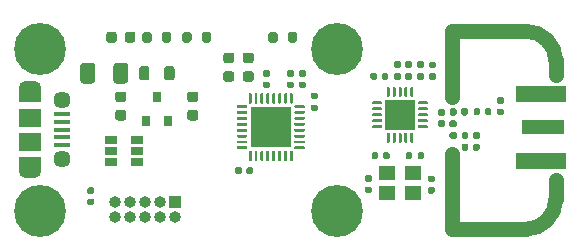
<source format=gts>
%TF.GenerationSoftware,KiCad,Pcbnew,(5.1.12)-1*%
%TF.CreationDate,2022-02-05T21:00:18-05:00*%
%TF.ProjectId,usb-rf,7573622d-7266-42e6-9b69-6361645f7063,rev?*%
%TF.SameCoordinates,Original*%
%TF.FileFunction,Soldermask,Top*%
%TF.FilePolarity,Negative*%
%FSLAX46Y46*%
G04 Gerber Fmt 4.6, Leading zero omitted, Abs format (unit mm)*
G04 Created by KiCad (PCBNEW (5.1.12)-1) date 2022-02-05 21:00:18*
%MOMM*%
%LPD*%
G01*
G04 APERTURE LIST*
%ADD10C,1.270000*%
%ADD11R,3.600000X1.270000*%
%ADD12R,4.200000X1.350000*%
%ADD13R,1.900000X1.200000*%
%ADD14O,1.900000X1.200000*%
%ADD15R,1.900000X1.500000*%
%ADD16C,1.450000*%
%ADD17R,1.350000X0.400000*%
%ADD18R,3.450000X3.450000*%
%ADD19O,1.000000X1.000000*%
%ADD20R,1.000000X1.000000*%
%ADD21C,4.400000*%
%ADD22R,1.400000X1.200000*%
%ADD23R,2.500000X2.500000*%
%ADD24R,1.060000X0.650000*%
%ADD25R,0.800000X0.900000*%
G04 APERTURE END LIST*
D10*
X153543000Y-79248000D02*
X153543000Y-73660000D01*
X153543000Y-73660000D02*
X159766000Y-73660000D01*
X162306000Y-76073000D02*
X162306000Y-77343000D01*
X162306000Y-86233000D02*
X162306000Y-87884000D01*
X153543000Y-90424000D02*
X159766000Y-90424000D01*
X153543000Y-90424000D02*
X153543000Y-84074000D01*
X162306000Y-87884000D02*
G75*
G02*
X159766000Y-90424000I-2540000J0D01*
G01*
X159766000Y-73660000D02*
G75*
G02*
X162306000Y-76200000I0J-2540000D01*
G01*
D11*
X161236000Y-81788000D03*
D12*
X161036000Y-78963000D03*
X161036000Y-84613000D03*
D13*
X117762500Y-79100000D03*
X117762500Y-84900000D03*
D14*
X117762500Y-85500000D03*
X117762500Y-78500000D03*
D15*
X117762500Y-81000000D03*
D16*
X120462500Y-84500000D03*
D17*
X120462500Y-82000000D03*
X120462500Y-82650000D03*
X120462500Y-83300000D03*
X120462500Y-80700000D03*
X120462500Y-81350000D03*
D16*
X120462500Y-79500000D03*
D15*
X117762500Y-83000000D03*
D18*
X138176000Y-81788000D03*
G36*
G01*
X140238500Y-79913000D02*
X140988500Y-79913000D01*
G75*
G02*
X141051000Y-79975500I0J-62500D01*
G01*
X141051000Y-80100500D01*
G75*
G02*
X140988500Y-80163000I-62500J0D01*
G01*
X140238500Y-80163000D01*
G75*
G02*
X140176000Y-80100500I0J62500D01*
G01*
X140176000Y-79975500D01*
G75*
G02*
X140238500Y-79913000I62500J0D01*
G01*
G37*
G36*
G01*
X140238500Y-80413000D02*
X140988500Y-80413000D01*
G75*
G02*
X141051000Y-80475500I0J-62500D01*
G01*
X141051000Y-80600500D01*
G75*
G02*
X140988500Y-80663000I-62500J0D01*
G01*
X140238500Y-80663000D01*
G75*
G02*
X140176000Y-80600500I0J62500D01*
G01*
X140176000Y-80475500D01*
G75*
G02*
X140238500Y-80413000I62500J0D01*
G01*
G37*
G36*
G01*
X140238500Y-80913000D02*
X140988500Y-80913000D01*
G75*
G02*
X141051000Y-80975500I0J-62500D01*
G01*
X141051000Y-81100500D01*
G75*
G02*
X140988500Y-81163000I-62500J0D01*
G01*
X140238500Y-81163000D01*
G75*
G02*
X140176000Y-81100500I0J62500D01*
G01*
X140176000Y-80975500D01*
G75*
G02*
X140238500Y-80913000I62500J0D01*
G01*
G37*
G36*
G01*
X140238500Y-81413000D02*
X140988500Y-81413000D01*
G75*
G02*
X141051000Y-81475500I0J-62500D01*
G01*
X141051000Y-81600500D01*
G75*
G02*
X140988500Y-81663000I-62500J0D01*
G01*
X140238500Y-81663000D01*
G75*
G02*
X140176000Y-81600500I0J62500D01*
G01*
X140176000Y-81475500D01*
G75*
G02*
X140238500Y-81413000I62500J0D01*
G01*
G37*
G36*
G01*
X140238500Y-81913000D02*
X140988500Y-81913000D01*
G75*
G02*
X141051000Y-81975500I0J-62500D01*
G01*
X141051000Y-82100500D01*
G75*
G02*
X140988500Y-82163000I-62500J0D01*
G01*
X140238500Y-82163000D01*
G75*
G02*
X140176000Y-82100500I0J62500D01*
G01*
X140176000Y-81975500D01*
G75*
G02*
X140238500Y-81913000I62500J0D01*
G01*
G37*
G36*
G01*
X140238500Y-82413000D02*
X140988500Y-82413000D01*
G75*
G02*
X141051000Y-82475500I0J-62500D01*
G01*
X141051000Y-82600500D01*
G75*
G02*
X140988500Y-82663000I-62500J0D01*
G01*
X140238500Y-82663000D01*
G75*
G02*
X140176000Y-82600500I0J62500D01*
G01*
X140176000Y-82475500D01*
G75*
G02*
X140238500Y-82413000I62500J0D01*
G01*
G37*
G36*
G01*
X140238500Y-82913000D02*
X140988500Y-82913000D01*
G75*
G02*
X141051000Y-82975500I0J-62500D01*
G01*
X141051000Y-83100500D01*
G75*
G02*
X140988500Y-83163000I-62500J0D01*
G01*
X140238500Y-83163000D01*
G75*
G02*
X140176000Y-83100500I0J62500D01*
G01*
X140176000Y-82975500D01*
G75*
G02*
X140238500Y-82913000I62500J0D01*
G01*
G37*
G36*
G01*
X140238500Y-83413000D02*
X140988500Y-83413000D01*
G75*
G02*
X141051000Y-83475500I0J-62500D01*
G01*
X141051000Y-83600500D01*
G75*
G02*
X140988500Y-83663000I-62500J0D01*
G01*
X140238500Y-83663000D01*
G75*
G02*
X140176000Y-83600500I0J62500D01*
G01*
X140176000Y-83475500D01*
G75*
G02*
X140238500Y-83413000I62500J0D01*
G01*
G37*
G36*
G01*
X139863500Y-83788000D02*
X139988500Y-83788000D01*
G75*
G02*
X140051000Y-83850500I0J-62500D01*
G01*
X140051000Y-84600500D01*
G75*
G02*
X139988500Y-84663000I-62500J0D01*
G01*
X139863500Y-84663000D01*
G75*
G02*
X139801000Y-84600500I0J62500D01*
G01*
X139801000Y-83850500D01*
G75*
G02*
X139863500Y-83788000I62500J0D01*
G01*
G37*
G36*
G01*
X139363500Y-83788000D02*
X139488500Y-83788000D01*
G75*
G02*
X139551000Y-83850500I0J-62500D01*
G01*
X139551000Y-84600500D01*
G75*
G02*
X139488500Y-84663000I-62500J0D01*
G01*
X139363500Y-84663000D01*
G75*
G02*
X139301000Y-84600500I0J62500D01*
G01*
X139301000Y-83850500D01*
G75*
G02*
X139363500Y-83788000I62500J0D01*
G01*
G37*
G36*
G01*
X138863500Y-83788000D02*
X138988500Y-83788000D01*
G75*
G02*
X139051000Y-83850500I0J-62500D01*
G01*
X139051000Y-84600500D01*
G75*
G02*
X138988500Y-84663000I-62500J0D01*
G01*
X138863500Y-84663000D01*
G75*
G02*
X138801000Y-84600500I0J62500D01*
G01*
X138801000Y-83850500D01*
G75*
G02*
X138863500Y-83788000I62500J0D01*
G01*
G37*
G36*
G01*
X138363500Y-83788000D02*
X138488500Y-83788000D01*
G75*
G02*
X138551000Y-83850500I0J-62500D01*
G01*
X138551000Y-84600500D01*
G75*
G02*
X138488500Y-84663000I-62500J0D01*
G01*
X138363500Y-84663000D01*
G75*
G02*
X138301000Y-84600500I0J62500D01*
G01*
X138301000Y-83850500D01*
G75*
G02*
X138363500Y-83788000I62500J0D01*
G01*
G37*
G36*
G01*
X137863500Y-83788000D02*
X137988500Y-83788000D01*
G75*
G02*
X138051000Y-83850500I0J-62500D01*
G01*
X138051000Y-84600500D01*
G75*
G02*
X137988500Y-84663000I-62500J0D01*
G01*
X137863500Y-84663000D01*
G75*
G02*
X137801000Y-84600500I0J62500D01*
G01*
X137801000Y-83850500D01*
G75*
G02*
X137863500Y-83788000I62500J0D01*
G01*
G37*
G36*
G01*
X137363500Y-83788000D02*
X137488500Y-83788000D01*
G75*
G02*
X137551000Y-83850500I0J-62500D01*
G01*
X137551000Y-84600500D01*
G75*
G02*
X137488500Y-84663000I-62500J0D01*
G01*
X137363500Y-84663000D01*
G75*
G02*
X137301000Y-84600500I0J62500D01*
G01*
X137301000Y-83850500D01*
G75*
G02*
X137363500Y-83788000I62500J0D01*
G01*
G37*
G36*
G01*
X136863500Y-83788000D02*
X136988500Y-83788000D01*
G75*
G02*
X137051000Y-83850500I0J-62500D01*
G01*
X137051000Y-84600500D01*
G75*
G02*
X136988500Y-84663000I-62500J0D01*
G01*
X136863500Y-84663000D01*
G75*
G02*
X136801000Y-84600500I0J62500D01*
G01*
X136801000Y-83850500D01*
G75*
G02*
X136863500Y-83788000I62500J0D01*
G01*
G37*
G36*
G01*
X136363500Y-83788000D02*
X136488500Y-83788000D01*
G75*
G02*
X136551000Y-83850500I0J-62500D01*
G01*
X136551000Y-84600500D01*
G75*
G02*
X136488500Y-84663000I-62500J0D01*
G01*
X136363500Y-84663000D01*
G75*
G02*
X136301000Y-84600500I0J62500D01*
G01*
X136301000Y-83850500D01*
G75*
G02*
X136363500Y-83788000I62500J0D01*
G01*
G37*
G36*
G01*
X135363500Y-83413000D02*
X136113500Y-83413000D01*
G75*
G02*
X136176000Y-83475500I0J-62500D01*
G01*
X136176000Y-83600500D01*
G75*
G02*
X136113500Y-83663000I-62500J0D01*
G01*
X135363500Y-83663000D01*
G75*
G02*
X135301000Y-83600500I0J62500D01*
G01*
X135301000Y-83475500D01*
G75*
G02*
X135363500Y-83413000I62500J0D01*
G01*
G37*
G36*
G01*
X135363500Y-82913000D02*
X136113500Y-82913000D01*
G75*
G02*
X136176000Y-82975500I0J-62500D01*
G01*
X136176000Y-83100500D01*
G75*
G02*
X136113500Y-83163000I-62500J0D01*
G01*
X135363500Y-83163000D01*
G75*
G02*
X135301000Y-83100500I0J62500D01*
G01*
X135301000Y-82975500D01*
G75*
G02*
X135363500Y-82913000I62500J0D01*
G01*
G37*
G36*
G01*
X135363500Y-82413000D02*
X136113500Y-82413000D01*
G75*
G02*
X136176000Y-82475500I0J-62500D01*
G01*
X136176000Y-82600500D01*
G75*
G02*
X136113500Y-82663000I-62500J0D01*
G01*
X135363500Y-82663000D01*
G75*
G02*
X135301000Y-82600500I0J62500D01*
G01*
X135301000Y-82475500D01*
G75*
G02*
X135363500Y-82413000I62500J0D01*
G01*
G37*
G36*
G01*
X135363500Y-81913000D02*
X136113500Y-81913000D01*
G75*
G02*
X136176000Y-81975500I0J-62500D01*
G01*
X136176000Y-82100500D01*
G75*
G02*
X136113500Y-82163000I-62500J0D01*
G01*
X135363500Y-82163000D01*
G75*
G02*
X135301000Y-82100500I0J62500D01*
G01*
X135301000Y-81975500D01*
G75*
G02*
X135363500Y-81913000I62500J0D01*
G01*
G37*
G36*
G01*
X135363500Y-81413000D02*
X136113500Y-81413000D01*
G75*
G02*
X136176000Y-81475500I0J-62500D01*
G01*
X136176000Y-81600500D01*
G75*
G02*
X136113500Y-81663000I-62500J0D01*
G01*
X135363500Y-81663000D01*
G75*
G02*
X135301000Y-81600500I0J62500D01*
G01*
X135301000Y-81475500D01*
G75*
G02*
X135363500Y-81413000I62500J0D01*
G01*
G37*
G36*
G01*
X135363500Y-80913000D02*
X136113500Y-80913000D01*
G75*
G02*
X136176000Y-80975500I0J-62500D01*
G01*
X136176000Y-81100500D01*
G75*
G02*
X136113500Y-81163000I-62500J0D01*
G01*
X135363500Y-81163000D01*
G75*
G02*
X135301000Y-81100500I0J62500D01*
G01*
X135301000Y-80975500D01*
G75*
G02*
X135363500Y-80913000I62500J0D01*
G01*
G37*
G36*
G01*
X135363500Y-80413000D02*
X136113500Y-80413000D01*
G75*
G02*
X136176000Y-80475500I0J-62500D01*
G01*
X136176000Y-80600500D01*
G75*
G02*
X136113500Y-80663000I-62500J0D01*
G01*
X135363500Y-80663000D01*
G75*
G02*
X135301000Y-80600500I0J62500D01*
G01*
X135301000Y-80475500D01*
G75*
G02*
X135363500Y-80413000I62500J0D01*
G01*
G37*
G36*
G01*
X135363500Y-79913000D02*
X136113500Y-79913000D01*
G75*
G02*
X136176000Y-79975500I0J-62500D01*
G01*
X136176000Y-80100500D01*
G75*
G02*
X136113500Y-80163000I-62500J0D01*
G01*
X135363500Y-80163000D01*
G75*
G02*
X135301000Y-80100500I0J62500D01*
G01*
X135301000Y-79975500D01*
G75*
G02*
X135363500Y-79913000I62500J0D01*
G01*
G37*
G36*
G01*
X136363500Y-78913000D02*
X136488500Y-78913000D01*
G75*
G02*
X136551000Y-78975500I0J-62500D01*
G01*
X136551000Y-79725500D01*
G75*
G02*
X136488500Y-79788000I-62500J0D01*
G01*
X136363500Y-79788000D01*
G75*
G02*
X136301000Y-79725500I0J62500D01*
G01*
X136301000Y-78975500D01*
G75*
G02*
X136363500Y-78913000I62500J0D01*
G01*
G37*
G36*
G01*
X136863500Y-78913000D02*
X136988500Y-78913000D01*
G75*
G02*
X137051000Y-78975500I0J-62500D01*
G01*
X137051000Y-79725500D01*
G75*
G02*
X136988500Y-79788000I-62500J0D01*
G01*
X136863500Y-79788000D01*
G75*
G02*
X136801000Y-79725500I0J62500D01*
G01*
X136801000Y-78975500D01*
G75*
G02*
X136863500Y-78913000I62500J0D01*
G01*
G37*
G36*
G01*
X137363500Y-78913000D02*
X137488500Y-78913000D01*
G75*
G02*
X137551000Y-78975500I0J-62500D01*
G01*
X137551000Y-79725500D01*
G75*
G02*
X137488500Y-79788000I-62500J0D01*
G01*
X137363500Y-79788000D01*
G75*
G02*
X137301000Y-79725500I0J62500D01*
G01*
X137301000Y-78975500D01*
G75*
G02*
X137363500Y-78913000I62500J0D01*
G01*
G37*
G36*
G01*
X137863500Y-78913000D02*
X137988500Y-78913000D01*
G75*
G02*
X138051000Y-78975500I0J-62500D01*
G01*
X138051000Y-79725500D01*
G75*
G02*
X137988500Y-79788000I-62500J0D01*
G01*
X137863500Y-79788000D01*
G75*
G02*
X137801000Y-79725500I0J62500D01*
G01*
X137801000Y-78975500D01*
G75*
G02*
X137863500Y-78913000I62500J0D01*
G01*
G37*
G36*
G01*
X138363500Y-78913000D02*
X138488500Y-78913000D01*
G75*
G02*
X138551000Y-78975500I0J-62500D01*
G01*
X138551000Y-79725500D01*
G75*
G02*
X138488500Y-79788000I-62500J0D01*
G01*
X138363500Y-79788000D01*
G75*
G02*
X138301000Y-79725500I0J62500D01*
G01*
X138301000Y-78975500D01*
G75*
G02*
X138363500Y-78913000I62500J0D01*
G01*
G37*
G36*
G01*
X138863500Y-78913000D02*
X138988500Y-78913000D01*
G75*
G02*
X139051000Y-78975500I0J-62500D01*
G01*
X139051000Y-79725500D01*
G75*
G02*
X138988500Y-79788000I-62500J0D01*
G01*
X138863500Y-79788000D01*
G75*
G02*
X138801000Y-79725500I0J62500D01*
G01*
X138801000Y-78975500D01*
G75*
G02*
X138863500Y-78913000I62500J0D01*
G01*
G37*
G36*
G01*
X139363500Y-78913000D02*
X139488500Y-78913000D01*
G75*
G02*
X139551000Y-78975500I0J-62500D01*
G01*
X139551000Y-79725500D01*
G75*
G02*
X139488500Y-79788000I-62500J0D01*
G01*
X139363500Y-79788000D01*
G75*
G02*
X139301000Y-79725500I0J62500D01*
G01*
X139301000Y-78975500D01*
G75*
G02*
X139363500Y-78913000I62500J0D01*
G01*
G37*
G36*
G01*
X139863500Y-78913000D02*
X139988500Y-78913000D01*
G75*
G02*
X140051000Y-78975500I0J-62500D01*
G01*
X140051000Y-79725500D01*
G75*
G02*
X139988500Y-79788000I-62500J0D01*
G01*
X139863500Y-79788000D01*
G75*
G02*
X139801000Y-79725500I0J62500D01*
G01*
X139801000Y-78975500D01*
G75*
G02*
X139863500Y-78913000I62500J0D01*
G01*
G37*
G36*
G01*
X125126000Y-73911750D02*
X125126000Y-74424250D01*
G75*
G02*
X124907250Y-74643000I-218750J0D01*
G01*
X124469750Y-74643000D01*
G75*
G02*
X124251000Y-74424250I0J218750D01*
G01*
X124251000Y-73911750D01*
G75*
G02*
X124469750Y-73693000I218750J0D01*
G01*
X124907250Y-73693000D01*
G75*
G02*
X125126000Y-73911750I0J-218750D01*
G01*
G37*
G36*
G01*
X126701000Y-73911750D02*
X126701000Y-74424250D01*
G75*
G02*
X126482250Y-74643000I-218750J0D01*
G01*
X126044750Y-74643000D01*
G75*
G02*
X125826000Y-74424250I0J218750D01*
G01*
X125826000Y-73911750D01*
G75*
G02*
X126044750Y-73693000I218750J0D01*
G01*
X126482250Y-73693000D01*
G75*
G02*
X126701000Y-73911750I0J-218750D01*
G01*
G37*
D19*
X124968000Y-89408000D03*
X124968000Y-88138000D03*
X126238000Y-89408000D03*
X126238000Y-88138000D03*
X127508000Y-89408000D03*
X127508000Y-88138000D03*
X128778000Y-89408000D03*
X128778000Y-88138000D03*
X130048000Y-89408000D03*
D20*
X130048000Y-88138000D03*
D21*
X143764000Y-75184000D03*
X143764000Y-88900000D03*
X118618000Y-88900000D03*
X118618000Y-75184000D03*
G36*
G01*
X128099000Y-73893000D02*
X128099000Y-74443000D01*
G75*
G02*
X127899000Y-74643000I-200000J0D01*
G01*
X127499000Y-74643000D01*
G75*
G02*
X127299000Y-74443000I0J200000D01*
G01*
X127299000Y-73893000D01*
G75*
G02*
X127499000Y-73693000I200000J0D01*
G01*
X127899000Y-73693000D01*
G75*
G02*
X128099000Y-73893000I0J-200000D01*
G01*
G37*
G36*
G01*
X129749000Y-73893000D02*
X129749000Y-74443000D01*
G75*
G02*
X129549000Y-74643000I-200000J0D01*
G01*
X129149000Y-74643000D01*
G75*
G02*
X128949000Y-74443000I0J200000D01*
G01*
X128949000Y-73893000D01*
G75*
G02*
X129149000Y-73693000I200000J0D01*
G01*
X129549000Y-73693000D01*
G75*
G02*
X129749000Y-73893000I0J-200000D01*
G01*
G37*
G36*
G01*
X124851000Y-77841000D02*
X124851000Y-76591000D01*
G75*
G02*
X125101000Y-76341000I250000J0D01*
G01*
X125851000Y-76341000D01*
G75*
G02*
X126101000Y-76591000I0J-250000D01*
G01*
X126101000Y-77841000D01*
G75*
G02*
X125851000Y-78091000I-250000J0D01*
G01*
X125101000Y-78091000D01*
G75*
G02*
X124851000Y-77841000I0J250000D01*
G01*
G37*
G36*
G01*
X122051000Y-77841000D02*
X122051000Y-76591000D01*
G75*
G02*
X122301000Y-76341000I250000J0D01*
G01*
X123051000Y-76341000D01*
G75*
G02*
X123301000Y-76591000I0J-250000D01*
G01*
X123301000Y-77841000D01*
G75*
G02*
X123051000Y-78091000I-250000J0D01*
G01*
X122301000Y-78091000D01*
G75*
G02*
X122051000Y-77841000I0J250000D01*
G01*
G37*
D22*
X150220000Y-87334000D03*
X148020000Y-87334000D03*
X148020000Y-85634000D03*
X150220000Y-85634000D03*
D23*
X149120000Y-80734000D03*
G36*
G01*
X147995000Y-79146500D02*
X147995000Y-78446500D01*
G75*
G02*
X148057500Y-78384000I62500J0D01*
G01*
X148182500Y-78384000D01*
G75*
G02*
X148245000Y-78446500I0J-62500D01*
G01*
X148245000Y-79146500D01*
G75*
G02*
X148182500Y-79209000I-62500J0D01*
G01*
X148057500Y-79209000D01*
G75*
G02*
X147995000Y-79146500I0J62500D01*
G01*
G37*
G36*
G01*
X148495000Y-79146500D02*
X148495000Y-78446500D01*
G75*
G02*
X148557500Y-78384000I62500J0D01*
G01*
X148682500Y-78384000D01*
G75*
G02*
X148745000Y-78446500I0J-62500D01*
G01*
X148745000Y-79146500D01*
G75*
G02*
X148682500Y-79209000I-62500J0D01*
G01*
X148557500Y-79209000D01*
G75*
G02*
X148495000Y-79146500I0J62500D01*
G01*
G37*
G36*
G01*
X148995000Y-79146500D02*
X148995000Y-78446500D01*
G75*
G02*
X149057500Y-78384000I62500J0D01*
G01*
X149182500Y-78384000D01*
G75*
G02*
X149245000Y-78446500I0J-62500D01*
G01*
X149245000Y-79146500D01*
G75*
G02*
X149182500Y-79209000I-62500J0D01*
G01*
X149057500Y-79209000D01*
G75*
G02*
X148995000Y-79146500I0J62500D01*
G01*
G37*
G36*
G01*
X149495000Y-79146500D02*
X149495000Y-78446500D01*
G75*
G02*
X149557500Y-78384000I62500J0D01*
G01*
X149682500Y-78384000D01*
G75*
G02*
X149745000Y-78446500I0J-62500D01*
G01*
X149745000Y-79146500D01*
G75*
G02*
X149682500Y-79209000I-62500J0D01*
G01*
X149557500Y-79209000D01*
G75*
G02*
X149495000Y-79146500I0J62500D01*
G01*
G37*
G36*
G01*
X149995000Y-79146500D02*
X149995000Y-78446500D01*
G75*
G02*
X150057500Y-78384000I62500J0D01*
G01*
X150182500Y-78384000D01*
G75*
G02*
X150245000Y-78446500I0J-62500D01*
G01*
X150245000Y-79146500D01*
G75*
G02*
X150182500Y-79209000I-62500J0D01*
G01*
X150057500Y-79209000D01*
G75*
G02*
X149995000Y-79146500I0J62500D01*
G01*
G37*
G36*
G01*
X150645000Y-79796500D02*
X150645000Y-79671500D01*
G75*
G02*
X150707500Y-79609000I62500J0D01*
G01*
X151407500Y-79609000D01*
G75*
G02*
X151470000Y-79671500I0J-62500D01*
G01*
X151470000Y-79796500D01*
G75*
G02*
X151407500Y-79859000I-62500J0D01*
G01*
X150707500Y-79859000D01*
G75*
G02*
X150645000Y-79796500I0J62500D01*
G01*
G37*
G36*
G01*
X150645000Y-80296500D02*
X150645000Y-80171500D01*
G75*
G02*
X150707500Y-80109000I62500J0D01*
G01*
X151407500Y-80109000D01*
G75*
G02*
X151470000Y-80171500I0J-62500D01*
G01*
X151470000Y-80296500D01*
G75*
G02*
X151407500Y-80359000I-62500J0D01*
G01*
X150707500Y-80359000D01*
G75*
G02*
X150645000Y-80296500I0J62500D01*
G01*
G37*
G36*
G01*
X150645000Y-80796500D02*
X150645000Y-80671500D01*
G75*
G02*
X150707500Y-80609000I62500J0D01*
G01*
X151407500Y-80609000D01*
G75*
G02*
X151470000Y-80671500I0J-62500D01*
G01*
X151470000Y-80796500D01*
G75*
G02*
X151407500Y-80859000I-62500J0D01*
G01*
X150707500Y-80859000D01*
G75*
G02*
X150645000Y-80796500I0J62500D01*
G01*
G37*
G36*
G01*
X150645000Y-81296500D02*
X150645000Y-81171500D01*
G75*
G02*
X150707500Y-81109000I62500J0D01*
G01*
X151407500Y-81109000D01*
G75*
G02*
X151470000Y-81171500I0J-62500D01*
G01*
X151470000Y-81296500D01*
G75*
G02*
X151407500Y-81359000I-62500J0D01*
G01*
X150707500Y-81359000D01*
G75*
G02*
X150645000Y-81296500I0J62500D01*
G01*
G37*
G36*
G01*
X150645000Y-81796500D02*
X150645000Y-81671500D01*
G75*
G02*
X150707500Y-81609000I62500J0D01*
G01*
X151407500Y-81609000D01*
G75*
G02*
X151470000Y-81671500I0J-62500D01*
G01*
X151470000Y-81796500D01*
G75*
G02*
X151407500Y-81859000I-62500J0D01*
G01*
X150707500Y-81859000D01*
G75*
G02*
X150645000Y-81796500I0J62500D01*
G01*
G37*
G36*
G01*
X149995000Y-83021500D02*
X149995000Y-82321500D01*
G75*
G02*
X150057500Y-82259000I62500J0D01*
G01*
X150182500Y-82259000D01*
G75*
G02*
X150245000Y-82321500I0J-62500D01*
G01*
X150245000Y-83021500D01*
G75*
G02*
X150182500Y-83084000I-62500J0D01*
G01*
X150057500Y-83084000D01*
G75*
G02*
X149995000Y-83021500I0J62500D01*
G01*
G37*
G36*
G01*
X149495000Y-83021500D02*
X149495000Y-82321500D01*
G75*
G02*
X149557500Y-82259000I62500J0D01*
G01*
X149682500Y-82259000D01*
G75*
G02*
X149745000Y-82321500I0J-62500D01*
G01*
X149745000Y-83021500D01*
G75*
G02*
X149682500Y-83084000I-62500J0D01*
G01*
X149557500Y-83084000D01*
G75*
G02*
X149495000Y-83021500I0J62500D01*
G01*
G37*
G36*
G01*
X148995000Y-83021500D02*
X148995000Y-82321500D01*
G75*
G02*
X149057500Y-82259000I62500J0D01*
G01*
X149182500Y-82259000D01*
G75*
G02*
X149245000Y-82321500I0J-62500D01*
G01*
X149245000Y-83021500D01*
G75*
G02*
X149182500Y-83084000I-62500J0D01*
G01*
X149057500Y-83084000D01*
G75*
G02*
X148995000Y-83021500I0J62500D01*
G01*
G37*
G36*
G01*
X148495000Y-83021500D02*
X148495000Y-82321500D01*
G75*
G02*
X148557500Y-82259000I62500J0D01*
G01*
X148682500Y-82259000D01*
G75*
G02*
X148745000Y-82321500I0J-62500D01*
G01*
X148745000Y-83021500D01*
G75*
G02*
X148682500Y-83084000I-62500J0D01*
G01*
X148557500Y-83084000D01*
G75*
G02*
X148495000Y-83021500I0J62500D01*
G01*
G37*
G36*
G01*
X147995000Y-83021500D02*
X147995000Y-82321500D01*
G75*
G02*
X148057500Y-82259000I62500J0D01*
G01*
X148182500Y-82259000D01*
G75*
G02*
X148245000Y-82321500I0J-62500D01*
G01*
X148245000Y-83021500D01*
G75*
G02*
X148182500Y-83084000I-62500J0D01*
G01*
X148057500Y-83084000D01*
G75*
G02*
X147995000Y-83021500I0J62500D01*
G01*
G37*
G36*
G01*
X146770000Y-81796500D02*
X146770000Y-81671500D01*
G75*
G02*
X146832500Y-81609000I62500J0D01*
G01*
X147532500Y-81609000D01*
G75*
G02*
X147595000Y-81671500I0J-62500D01*
G01*
X147595000Y-81796500D01*
G75*
G02*
X147532500Y-81859000I-62500J0D01*
G01*
X146832500Y-81859000D01*
G75*
G02*
X146770000Y-81796500I0J62500D01*
G01*
G37*
G36*
G01*
X146770000Y-81296500D02*
X146770000Y-81171500D01*
G75*
G02*
X146832500Y-81109000I62500J0D01*
G01*
X147532500Y-81109000D01*
G75*
G02*
X147595000Y-81171500I0J-62500D01*
G01*
X147595000Y-81296500D01*
G75*
G02*
X147532500Y-81359000I-62500J0D01*
G01*
X146832500Y-81359000D01*
G75*
G02*
X146770000Y-81296500I0J62500D01*
G01*
G37*
G36*
G01*
X146770000Y-80796500D02*
X146770000Y-80671500D01*
G75*
G02*
X146832500Y-80609000I62500J0D01*
G01*
X147532500Y-80609000D01*
G75*
G02*
X147595000Y-80671500I0J-62500D01*
G01*
X147595000Y-80796500D01*
G75*
G02*
X147532500Y-80859000I-62500J0D01*
G01*
X146832500Y-80859000D01*
G75*
G02*
X146770000Y-80796500I0J62500D01*
G01*
G37*
G36*
G01*
X146770000Y-80296500D02*
X146770000Y-80171500D01*
G75*
G02*
X146832500Y-80109000I62500J0D01*
G01*
X147532500Y-80109000D01*
G75*
G02*
X147595000Y-80171500I0J-62500D01*
G01*
X147595000Y-80296500D01*
G75*
G02*
X147532500Y-80359000I-62500J0D01*
G01*
X146832500Y-80359000D01*
G75*
G02*
X146770000Y-80296500I0J62500D01*
G01*
G37*
G36*
G01*
X146770000Y-79796500D02*
X146770000Y-79671500D01*
G75*
G02*
X146832500Y-79609000I62500J0D01*
G01*
X147532500Y-79609000D01*
G75*
G02*
X147595000Y-79671500I0J-62500D01*
G01*
X147595000Y-79796500D01*
G75*
G02*
X147532500Y-79859000I-62500J0D01*
G01*
X146832500Y-79859000D01*
G75*
G02*
X146770000Y-79796500I0J62500D01*
G01*
G37*
D24*
X124630000Y-83820000D03*
X124630000Y-84770000D03*
X124630000Y-82870000D03*
X126830000Y-82870000D03*
X126830000Y-83820000D03*
X126830000Y-84770000D03*
D25*
X128524000Y-79264000D03*
X129474000Y-81264000D03*
X127574000Y-81264000D03*
G36*
G01*
X150130000Y-84016000D02*
X150130000Y-84386000D01*
G75*
G02*
X149995000Y-84521000I-135000J0D01*
G01*
X149725000Y-84521000D01*
G75*
G02*
X149590000Y-84386000I0J135000D01*
G01*
X149590000Y-84016000D01*
G75*
G02*
X149725000Y-83881000I135000J0D01*
G01*
X149995000Y-83881000D01*
G75*
G02*
X150130000Y-84016000I0J-135000D01*
G01*
G37*
G36*
G01*
X151150000Y-84016000D02*
X151150000Y-84386000D01*
G75*
G02*
X151015000Y-84521000I-135000J0D01*
G01*
X150745000Y-84521000D01*
G75*
G02*
X150610000Y-84386000I0J135000D01*
G01*
X150610000Y-84016000D01*
G75*
G02*
X150745000Y-83881000I135000J0D01*
G01*
X151015000Y-83881000D01*
G75*
G02*
X151150000Y-84016000I0J-135000D01*
G01*
G37*
G36*
G01*
X151055000Y-76734000D02*
X150685000Y-76734000D01*
G75*
G02*
X150550000Y-76599000I0J135000D01*
G01*
X150550000Y-76329000D01*
G75*
G02*
X150685000Y-76194000I135000J0D01*
G01*
X151055000Y-76194000D01*
G75*
G02*
X151190000Y-76329000I0J-135000D01*
G01*
X151190000Y-76599000D01*
G75*
G02*
X151055000Y-76734000I-135000J0D01*
G01*
G37*
G36*
G01*
X151055000Y-77754000D02*
X150685000Y-77754000D01*
G75*
G02*
X150550000Y-77619000I0J135000D01*
G01*
X150550000Y-77349000D01*
G75*
G02*
X150685000Y-77214000I135000J0D01*
G01*
X151055000Y-77214000D01*
G75*
G02*
X151190000Y-77349000I0J-135000D01*
G01*
X151190000Y-77619000D01*
G75*
G02*
X151055000Y-77754000I-135000J0D01*
G01*
G37*
G36*
G01*
X139617000Y-74443000D02*
X139617000Y-73893000D01*
G75*
G02*
X139817000Y-73693000I200000J0D01*
G01*
X140217000Y-73693000D01*
G75*
G02*
X140417000Y-73893000I0J-200000D01*
G01*
X140417000Y-74443000D01*
G75*
G02*
X140217000Y-74643000I-200000J0D01*
G01*
X139817000Y-74643000D01*
G75*
G02*
X139617000Y-74443000I0J200000D01*
G01*
G37*
G36*
G01*
X137967000Y-74443000D02*
X137967000Y-73893000D01*
G75*
G02*
X138167000Y-73693000I200000J0D01*
G01*
X138567000Y-73693000D01*
G75*
G02*
X138767000Y-73893000I0J-200000D01*
G01*
X138767000Y-74443000D01*
G75*
G02*
X138567000Y-74643000I-200000J0D01*
G01*
X138167000Y-74643000D01*
G75*
G02*
X137967000Y-74443000I0J200000D01*
G01*
G37*
G36*
G01*
X131464000Y-73893000D02*
X131464000Y-74443000D01*
G75*
G02*
X131264000Y-74643000I-200000J0D01*
G01*
X130864000Y-74643000D01*
G75*
G02*
X130664000Y-74443000I0J200000D01*
G01*
X130664000Y-73893000D01*
G75*
G02*
X130864000Y-73693000I200000J0D01*
G01*
X131264000Y-73693000D01*
G75*
G02*
X131464000Y-73893000I0J-200000D01*
G01*
G37*
G36*
G01*
X133114000Y-73893000D02*
X133114000Y-74443000D01*
G75*
G02*
X132914000Y-74643000I-200000J0D01*
G01*
X132514000Y-74643000D01*
G75*
G02*
X132314000Y-74443000I0J200000D01*
G01*
X132314000Y-73893000D01*
G75*
G02*
X132514000Y-73693000I200000J0D01*
G01*
X132914000Y-73693000D01*
G75*
G02*
X133114000Y-73893000I0J-200000D01*
G01*
G37*
G36*
G01*
X142044000Y-79389000D02*
X141674000Y-79389000D01*
G75*
G02*
X141539000Y-79254000I0J135000D01*
G01*
X141539000Y-78984000D01*
G75*
G02*
X141674000Y-78849000I135000J0D01*
G01*
X142044000Y-78849000D01*
G75*
G02*
X142179000Y-78984000I0J-135000D01*
G01*
X142179000Y-79254000D01*
G75*
G02*
X142044000Y-79389000I-135000J0D01*
G01*
G37*
G36*
G01*
X142044000Y-80409000D02*
X141674000Y-80409000D01*
G75*
G02*
X141539000Y-80274000I0J135000D01*
G01*
X141539000Y-80004000D01*
G75*
G02*
X141674000Y-79869000I135000J0D01*
G01*
X142044000Y-79869000D01*
G75*
G02*
X142179000Y-80004000I0J-135000D01*
G01*
X142179000Y-80274000D01*
G75*
G02*
X142044000Y-80409000I-135000J0D01*
G01*
G37*
G36*
G01*
X153447500Y-82189000D02*
X153792500Y-82189000D01*
G75*
G02*
X153940000Y-82336500I0J-147500D01*
G01*
X153940000Y-82631500D01*
G75*
G02*
X153792500Y-82779000I-147500J0D01*
G01*
X153447500Y-82779000D01*
G75*
G02*
X153300000Y-82631500I0J147500D01*
G01*
X153300000Y-82336500D01*
G75*
G02*
X153447500Y-82189000I147500J0D01*
G01*
G37*
G36*
G01*
X153447500Y-81219000D02*
X153792500Y-81219000D01*
G75*
G02*
X153940000Y-81366500I0J-147500D01*
G01*
X153940000Y-81661500D01*
G75*
G02*
X153792500Y-81809000I-147500J0D01*
G01*
X153447500Y-81809000D01*
G75*
G02*
X153300000Y-81661500I0J147500D01*
G01*
X153300000Y-81366500D01*
G75*
G02*
X153447500Y-81219000I147500J0D01*
G01*
G37*
G36*
G01*
X152447500Y-81189000D02*
X152792500Y-81189000D01*
G75*
G02*
X152940000Y-81336500I0J-147500D01*
G01*
X152940000Y-81631500D01*
G75*
G02*
X152792500Y-81779000I-147500J0D01*
G01*
X152447500Y-81779000D01*
G75*
G02*
X152300000Y-81631500I0J147500D01*
G01*
X152300000Y-81336500D01*
G75*
G02*
X152447500Y-81189000I147500J0D01*
G01*
G37*
G36*
G01*
X152447500Y-80219000D02*
X152792500Y-80219000D01*
G75*
G02*
X152940000Y-80366500I0J-147500D01*
G01*
X152940000Y-80661500D01*
G75*
G02*
X152792500Y-80809000I-147500J0D01*
G01*
X152447500Y-80809000D01*
G75*
G02*
X152300000Y-80661500I0J147500D01*
G01*
X152300000Y-80366500D01*
G75*
G02*
X152447500Y-80219000I147500J0D01*
G01*
G37*
G36*
G01*
X154295000Y-80656500D02*
X154295000Y-80311500D01*
G75*
G02*
X154442500Y-80164000I147500J0D01*
G01*
X154737500Y-80164000D01*
G75*
G02*
X154885000Y-80311500I0J-147500D01*
G01*
X154885000Y-80656500D01*
G75*
G02*
X154737500Y-80804000I-147500J0D01*
G01*
X154442500Y-80804000D01*
G75*
G02*
X154295000Y-80656500I0J147500D01*
G01*
G37*
G36*
G01*
X153325000Y-80656500D02*
X153325000Y-80311500D01*
G75*
G02*
X153472500Y-80164000I147500J0D01*
G01*
X153767500Y-80164000D01*
G75*
G02*
X153915000Y-80311500I0J-147500D01*
G01*
X153915000Y-80656500D01*
G75*
G02*
X153767500Y-80804000I-147500J0D01*
G01*
X153472500Y-80804000D01*
G75*
G02*
X153325000Y-80656500I0J147500D01*
G01*
G37*
G36*
G01*
X127899000Y-76834750D02*
X127899000Y-77597250D01*
G75*
G02*
X127680250Y-77816000I-218750J0D01*
G01*
X127242750Y-77816000D01*
G75*
G02*
X127024000Y-77597250I0J218750D01*
G01*
X127024000Y-76834750D01*
G75*
G02*
X127242750Y-76616000I218750J0D01*
G01*
X127680250Y-76616000D01*
G75*
G02*
X127899000Y-76834750I0J-218750D01*
G01*
G37*
G36*
G01*
X130024000Y-76834750D02*
X130024000Y-77597250D01*
G75*
G02*
X129805250Y-77816000I-218750J0D01*
G01*
X129367750Y-77816000D01*
G75*
G02*
X129149000Y-77597250I0J218750D01*
G01*
X129149000Y-76834750D01*
G75*
G02*
X129367750Y-76616000I218750J0D01*
G01*
X129805250Y-76616000D01*
G75*
G02*
X130024000Y-76834750I0J-218750D01*
G01*
G37*
G36*
G01*
X136014750Y-77058000D02*
X136527250Y-77058000D01*
G75*
G02*
X136746000Y-77276750I0J-218750D01*
G01*
X136746000Y-77714250D01*
G75*
G02*
X136527250Y-77933000I-218750J0D01*
G01*
X136014750Y-77933000D01*
G75*
G02*
X135796000Y-77714250I0J218750D01*
G01*
X135796000Y-77276750D01*
G75*
G02*
X136014750Y-77058000I218750J0D01*
G01*
G37*
G36*
G01*
X136014750Y-75483000D02*
X136527250Y-75483000D01*
G75*
G02*
X136746000Y-75701750I0J-218750D01*
G01*
X136746000Y-76139250D01*
G75*
G02*
X136527250Y-76358000I-218750J0D01*
G01*
X136014750Y-76358000D01*
G75*
G02*
X135796000Y-76139250I0J218750D01*
G01*
X135796000Y-75701750D01*
G75*
G02*
X136014750Y-75483000I218750J0D01*
G01*
G37*
G36*
G01*
X134363750Y-77058000D02*
X134876250Y-77058000D01*
G75*
G02*
X135095000Y-77276750I0J-218750D01*
G01*
X135095000Y-77714250D01*
G75*
G02*
X134876250Y-77933000I-218750J0D01*
G01*
X134363750Y-77933000D01*
G75*
G02*
X134145000Y-77714250I0J218750D01*
G01*
X134145000Y-77276750D01*
G75*
G02*
X134363750Y-77058000I218750J0D01*
G01*
G37*
G36*
G01*
X134363750Y-75483000D02*
X134876250Y-75483000D01*
G75*
G02*
X135095000Y-75701750I0J-218750D01*
G01*
X135095000Y-76139250D01*
G75*
G02*
X134876250Y-76358000I-218750J0D01*
G01*
X134363750Y-76358000D01*
G75*
G02*
X134145000Y-76139250I0J218750D01*
G01*
X134145000Y-75701750D01*
G75*
G02*
X134363750Y-75483000I218750J0D01*
G01*
G37*
G36*
G01*
X146261000Y-86814000D02*
X146601000Y-86814000D01*
G75*
G02*
X146741000Y-86954000I0J-140000D01*
G01*
X146741000Y-87234000D01*
G75*
G02*
X146601000Y-87374000I-140000J0D01*
G01*
X146261000Y-87374000D01*
G75*
G02*
X146121000Y-87234000I0J140000D01*
G01*
X146121000Y-86954000D01*
G75*
G02*
X146261000Y-86814000I140000J0D01*
G01*
G37*
G36*
G01*
X146261000Y-85854000D02*
X146601000Y-85854000D01*
G75*
G02*
X146741000Y-85994000I0J-140000D01*
G01*
X146741000Y-86274000D01*
G75*
G02*
X146601000Y-86414000I-140000J0D01*
G01*
X146261000Y-86414000D01*
G75*
G02*
X146121000Y-86274000I0J140000D01*
G01*
X146121000Y-85994000D01*
G75*
G02*
X146261000Y-85854000I140000J0D01*
G01*
G37*
G36*
G01*
X151935000Y-86442000D02*
X151595000Y-86442000D01*
G75*
G02*
X151455000Y-86302000I0J140000D01*
G01*
X151455000Y-86022000D01*
G75*
G02*
X151595000Y-85882000I140000J0D01*
G01*
X151935000Y-85882000D01*
G75*
G02*
X152075000Y-86022000I0J-140000D01*
G01*
X152075000Y-86302000D01*
G75*
G02*
X151935000Y-86442000I-140000J0D01*
G01*
G37*
G36*
G01*
X151935000Y-87402000D02*
X151595000Y-87402000D01*
G75*
G02*
X151455000Y-87262000I0J140000D01*
G01*
X151455000Y-86982000D01*
G75*
G02*
X151595000Y-86842000I140000J0D01*
G01*
X151935000Y-86842000D01*
G75*
G02*
X152075000Y-86982000I0J-140000D01*
G01*
X152075000Y-87262000D01*
G75*
G02*
X151935000Y-87402000I-140000J0D01*
G01*
G37*
G36*
G01*
X154900000Y-82314000D02*
X154900000Y-82654000D01*
G75*
G02*
X154760000Y-82794000I-140000J0D01*
G01*
X154480000Y-82794000D01*
G75*
G02*
X154340000Y-82654000I0J140000D01*
G01*
X154340000Y-82314000D01*
G75*
G02*
X154480000Y-82174000I140000J0D01*
G01*
X154760000Y-82174000D01*
G75*
G02*
X154900000Y-82314000I0J-140000D01*
G01*
G37*
G36*
G01*
X155860000Y-82314000D02*
X155860000Y-82654000D01*
G75*
G02*
X155720000Y-82794000I-140000J0D01*
G01*
X155440000Y-82794000D01*
G75*
G02*
X155300000Y-82654000I0J140000D01*
G01*
X155300000Y-82314000D01*
G75*
G02*
X155440000Y-82174000I140000J0D01*
G01*
X155720000Y-82174000D01*
G75*
G02*
X155860000Y-82314000I0J-140000D01*
G01*
G37*
G36*
G01*
X154900000Y-83314000D02*
X154900000Y-83654000D01*
G75*
G02*
X154760000Y-83794000I-140000J0D01*
G01*
X154480000Y-83794000D01*
G75*
G02*
X154340000Y-83654000I0J140000D01*
G01*
X154340000Y-83314000D01*
G75*
G02*
X154480000Y-83174000I140000J0D01*
G01*
X154760000Y-83174000D01*
G75*
G02*
X154900000Y-83314000I0J-140000D01*
G01*
G37*
G36*
G01*
X155860000Y-83314000D02*
X155860000Y-83654000D01*
G75*
G02*
X155720000Y-83794000I-140000J0D01*
G01*
X155440000Y-83794000D01*
G75*
G02*
X155300000Y-83654000I0J140000D01*
G01*
X155300000Y-83314000D01*
G75*
G02*
X155440000Y-83174000I140000J0D01*
G01*
X155720000Y-83174000D01*
G75*
G02*
X155860000Y-83314000I0J-140000D01*
G01*
G37*
G36*
G01*
X157450000Y-80204000D02*
X157790000Y-80204000D01*
G75*
G02*
X157930000Y-80344000I0J-140000D01*
G01*
X157930000Y-80624000D01*
G75*
G02*
X157790000Y-80764000I-140000J0D01*
G01*
X157450000Y-80764000D01*
G75*
G02*
X157310000Y-80624000I0J140000D01*
G01*
X157310000Y-80344000D01*
G75*
G02*
X157450000Y-80204000I140000J0D01*
G01*
G37*
G36*
G01*
X157450000Y-79244000D02*
X157790000Y-79244000D01*
G75*
G02*
X157930000Y-79384000I0J-140000D01*
G01*
X157930000Y-79664000D01*
G75*
G02*
X157790000Y-79804000I-140000J0D01*
G01*
X157450000Y-79804000D01*
G75*
G02*
X157310000Y-79664000I0J140000D01*
G01*
X157310000Y-79384000D01*
G75*
G02*
X157450000Y-79244000I140000J0D01*
G01*
G37*
G36*
G01*
X155900000Y-80314000D02*
X155900000Y-80654000D01*
G75*
G02*
X155760000Y-80794000I-140000J0D01*
G01*
X155480000Y-80794000D01*
G75*
G02*
X155340000Y-80654000I0J140000D01*
G01*
X155340000Y-80314000D01*
G75*
G02*
X155480000Y-80174000I140000J0D01*
G01*
X155760000Y-80174000D01*
G75*
G02*
X155900000Y-80314000I0J-140000D01*
G01*
G37*
G36*
G01*
X156860000Y-80314000D02*
X156860000Y-80654000D01*
G75*
G02*
X156720000Y-80794000I-140000J0D01*
G01*
X156440000Y-80794000D01*
G75*
G02*
X156300000Y-80654000I0J140000D01*
G01*
X156300000Y-80314000D01*
G75*
G02*
X156440000Y-80174000I140000J0D01*
G01*
X156720000Y-80174000D01*
G75*
G02*
X156860000Y-80314000I0J-140000D01*
G01*
G37*
G36*
G01*
X147170000Y-77314000D02*
X147170000Y-77654000D01*
G75*
G02*
X147030000Y-77794000I-140000J0D01*
G01*
X146750000Y-77794000D01*
G75*
G02*
X146610000Y-77654000I0J140000D01*
G01*
X146610000Y-77314000D01*
G75*
G02*
X146750000Y-77174000I140000J0D01*
G01*
X147030000Y-77174000D01*
G75*
G02*
X147170000Y-77314000I0J-140000D01*
G01*
G37*
G36*
G01*
X148130000Y-77314000D02*
X148130000Y-77654000D01*
G75*
G02*
X147990000Y-77794000I-140000J0D01*
G01*
X147710000Y-77794000D01*
G75*
G02*
X147570000Y-77654000I0J140000D01*
G01*
X147570000Y-77314000D01*
G75*
G02*
X147710000Y-77174000I140000J0D01*
G01*
X147990000Y-77174000D01*
G75*
G02*
X148130000Y-77314000I0J-140000D01*
G01*
G37*
G36*
G01*
X147675000Y-84371000D02*
X147675000Y-84031000D01*
G75*
G02*
X147815000Y-83891000I140000J0D01*
G01*
X148095000Y-83891000D01*
G75*
G02*
X148235000Y-84031000I0J-140000D01*
G01*
X148235000Y-84371000D01*
G75*
G02*
X148095000Y-84511000I-140000J0D01*
G01*
X147815000Y-84511000D01*
G75*
G02*
X147675000Y-84371000I0J140000D01*
G01*
G37*
G36*
G01*
X146715000Y-84371000D02*
X146715000Y-84031000D01*
G75*
G02*
X146855000Y-83891000I140000J0D01*
G01*
X147135000Y-83891000D01*
G75*
G02*
X147275000Y-84031000I0J-140000D01*
G01*
X147275000Y-84371000D01*
G75*
G02*
X147135000Y-84511000I-140000J0D01*
G01*
X146855000Y-84511000D01*
G75*
G02*
X146715000Y-84371000I0J140000D01*
G01*
G37*
G36*
G01*
X152040000Y-76804000D02*
X151700000Y-76804000D01*
G75*
G02*
X151560000Y-76664000I0J140000D01*
G01*
X151560000Y-76384000D01*
G75*
G02*
X151700000Y-76244000I140000J0D01*
G01*
X152040000Y-76244000D01*
G75*
G02*
X152180000Y-76384000I0J-140000D01*
G01*
X152180000Y-76664000D01*
G75*
G02*
X152040000Y-76804000I-140000J0D01*
G01*
G37*
G36*
G01*
X152040000Y-77764000D02*
X151700000Y-77764000D01*
G75*
G02*
X151560000Y-77624000I0J140000D01*
G01*
X151560000Y-77344000D01*
G75*
G02*
X151700000Y-77204000I140000J0D01*
G01*
X152040000Y-77204000D01*
G75*
G02*
X152180000Y-77344000I0J-140000D01*
G01*
X152180000Y-77624000D01*
G75*
G02*
X152040000Y-77764000I-140000J0D01*
G01*
G37*
G36*
G01*
X149570000Y-76654000D02*
X149570000Y-76314000D01*
G75*
G02*
X149710000Y-76174000I140000J0D01*
G01*
X149990000Y-76174000D01*
G75*
G02*
X150130000Y-76314000I0J-140000D01*
G01*
X150130000Y-76654000D01*
G75*
G02*
X149990000Y-76794000I-140000J0D01*
G01*
X149710000Y-76794000D01*
G75*
G02*
X149570000Y-76654000I0J140000D01*
G01*
G37*
G36*
G01*
X148610000Y-76654000D02*
X148610000Y-76314000D01*
G75*
G02*
X148750000Y-76174000I140000J0D01*
G01*
X149030000Y-76174000D01*
G75*
G02*
X149170000Y-76314000I0J-140000D01*
G01*
X149170000Y-76654000D01*
G75*
G02*
X149030000Y-76794000I-140000J0D01*
G01*
X148750000Y-76794000D01*
G75*
G02*
X148610000Y-76654000I0J140000D01*
G01*
G37*
G36*
G01*
X149570000Y-77654000D02*
X149570000Y-77314000D01*
G75*
G02*
X149710000Y-77174000I140000J0D01*
G01*
X149990000Y-77174000D01*
G75*
G02*
X150130000Y-77314000I0J-140000D01*
G01*
X150130000Y-77654000D01*
G75*
G02*
X149990000Y-77794000I-140000J0D01*
G01*
X149710000Y-77794000D01*
G75*
G02*
X149570000Y-77654000I0J140000D01*
G01*
G37*
G36*
G01*
X148610000Y-77654000D02*
X148610000Y-77314000D01*
G75*
G02*
X148750000Y-77174000I140000J0D01*
G01*
X149030000Y-77174000D01*
G75*
G02*
X149170000Y-77314000I0J-140000D01*
G01*
X149170000Y-77654000D01*
G75*
G02*
X149030000Y-77794000I-140000J0D01*
G01*
X148750000Y-77794000D01*
G75*
G02*
X148610000Y-77654000I0J140000D01*
G01*
G37*
G36*
G01*
X135718000Y-85301000D02*
X135718000Y-85641000D01*
G75*
G02*
X135578000Y-85781000I-140000J0D01*
G01*
X135298000Y-85781000D01*
G75*
G02*
X135158000Y-85641000I0J140000D01*
G01*
X135158000Y-85301000D01*
G75*
G02*
X135298000Y-85161000I140000J0D01*
G01*
X135578000Y-85161000D01*
G75*
G02*
X135718000Y-85301000I0J-140000D01*
G01*
G37*
G36*
G01*
X136678000Y-85301000D02*
X136678000Y-85641000D01*
G75*
G02*
X136538000Y-85781000I-140000J0D01*
G01*
X136258000Y-85781000D01*
G75*
G02*
X136118000Y-85641000I0J140000D01*
G01*
X136118000Y-85301000D01*
G75*
G02*
X136258000Y-85161000I140000J0D01*
G01*
X136538000Y-85161000D01*
G75*
G02*
X136678000Y-85301000I0J-140000D01*
G01*
G37*
G36*
G01*
X137965000Y-77524000D02*
X137625000Y-77524000D01*
G75*
G02*
X137485000Y-77384000I0J140000D01*
G01*
X137485000Y-77104000D01*
G75*
G02*
X137625000Y-76964000I140000J0D01*
G01*
X137965000Y-76964000D01*
G75*
G02*
X138105000Y-77104000I0J-140000D01*
G01*
X138105000Y-77384000D01*
G75*
G02*
X137965000Y-77524000I-140000J0D01*
G01*
G37*
G36*
G01*
X137965000Y-78484000D02*
X137625000Y-78484000D01*
G75*
G02*
X137485000Y-78344000I0J140000D01*
G01*
X137485000Y-78064000D01*
G75*
G02*
X137625000Y-77924000I140000J0D01*
G01*
X137965000Y-77924000D01*
G75*
G02*
X138105000Y-78064000I0J-140000D01*
G01*
X138105000Y-78344000D01*
G75*
G02*
X137965000Y-78484000I-140000J0D01*
G01*
G37*
G36*
G01*
X139997000Y-77524000D02*
X139657000Y-77524000D01*
G75*
G02*
X139517000Y-77384000I0J140000D01*
G01*
X139517000Y-77104000D01*
G75*
G02*
X139657000Y-76964000I140000J0D01*
G01*
X139997000Y-76964000D01*
G75*
G02*
X140137000Y-77104000I0J-140000D01*
G01*
X140137000Y-77384000D01*
G75*
G02*
X139997000Y-77524000I-140000J0D01*
G01*
G37*
G36*
G01*
X139997000Y-78484000D02*
X139657000Y-78484000D01*
G75*
G02*
X139517000Y-78344000I0J140000D01*
G01*
X139517000Y-78064000D01*
G75*
G02*
X139657000Y-77924000I140000J0D01*
G01*
X139997000Y-77924000D01*
G75*
G02*
X140137000Y-78064000I0J-140000D01*
G01*
X140137000Y-78344000D01*
G75*
G02*
X139997000Y-78484000I-140000J0D01*
G01*
G37*
G36*
G01*
X141013000Y-77524000D02*
X140673000Y-77524000D01*
G75*
G02*
X140533000Y-77384000I0J140000D01*
G01*
X140533000Y-77104000D01*
G75*
G02*
X140673000Y-76964000I140000J0D01*
G01*
X141013000Y-76964000D01*
G75*
G02*
X141153000Y-77104000I0J-140000D01*
G01*
X141153000Y-77384000D01*
G75*
G02*
X141013000Y-77524000I-140000J0D01*
G01*
G37*
G36*
G01*
X141013000Y-78484000D02*
X140673000Y-78484000D01*
G75*
G02*
X140533000Y-78344000I0J140000D01*
G01*
X140533000Y-78064000D01*
G75*
G02*
X140673000Y-77924000I140000J0D01*
G01*
X141013000Y-77924000D01*
G75*
G02*
X141153000Y-78064000I0J-140000D01*
G01*
X141153000Y-78344000D01*
G75*
G02*
X141013000Y-78484000I-140000J0D01*
G01*
G37*
G36*
G01*
X123106000Y-87430000D02*
X122766000Y-87430000D01*
G75*
G02*
X122626000Y-87290000I0J140000D01*
G01*
X122626000Y-87010000D01*
G75*
G02*
X122766000Y-86870000I140000J0D01*
G01*
X123106000Y-86870000D01*
G75*
G02*
X123246000Y-87010000I0J-140000D01*
G01*
X123246000Y-87290000D01*
G75*
G02*
X123106000Y-87430000I-140000J0D01*
G01*
G37*
G36*
G01*
X123106000Y-88390000D02*
X122766000Y-88390000D01*
G75*
G02*
X122626000Y-88250000I0J140000D01*
G01*
X122626000Y-87970000D01*
G75*
G02*
X122766000Y-87830000I140000J0D01*
G01*
X123106000Y-87830000D01*
G75*
G02*
X123246000Y-87970000I0J-140000D01*
G01*
X123246000Y-88250000D01*
G75*
G02*
X123106000Y-88390000I-140000J0D01*
G01*
G37*
G36*
G01*
X131822000Y-79672000D02*
X131322000Y-79672000D01*
G75*
G02*
X131097000Y-79447000I0J225000D01*
G01*
X131097000Y-78997000D01*
G75*
G02*
X131322000Y-78772000I225000J0D01*
G01*
X131822000Y-78772000D01*
G75*
G02*
X132047000Y-78997000I0J-225000D01*
G01*
X132047000Y-79447000D01*
G75*
G02*
X131822000Y-79672000I-225000J0D01*
G01*
G37*
G36*
G01*
X131822000Y-81222000D02*
X131322000Y-81222000D01*
G75*
G02*
X131097000Y-80997000I0J225000D01*
G01*
X131097000Y-80547000D01*
G75*
G02*
X131322000Y-80322000I225000J0D01*
G01*
X131822000Y-80322000D01*
G75*
G02*
X132047000Y-80547000I0J-225000D01*
G01*
X132047000Y-80997000D01*
G75*
G02*
X131822000Y-81222000I-225000J0D01*
G01*
G37*
G36*
G01*
X125226000Y-80322000D02*
X125726000Y-80322000D01*
G75*
G02*
X125951000Y-80547000I0J-225000D01*
G01*
X125951000Y-80997000D01*
G75*
G02*
X125726000Y-81222000I-225000J0D01*
G01*
X125226000Y-81222000D01*
G75*
G02*
X125001000Y-80997000I0J225000D01*
G01*
X125001000Y-80547000D01*
G75*
G02*
X125226000Y-80322000I225000J0D01*
G01*
G37*
G36*
G01*
X125226000Y-78772000D02*
X125726000Y-78772000D01*
G75*
G02*
X125951000Y-78997000I0J-225000D01*
G01*
X125951000Y-79447000D01*
G75*
G02*
X125726000Y-79672000I-225000J0D01*
G01*
X125226000Y-79672000D01*
G75*
G02*
X125001000Y-79447000I0J225000D01*
G01*
X125001000Y-78997000D01*
G75*
G02*
X125226000Y-78772000I225000J0D01*
G01*
G37*
M02*

</source>
